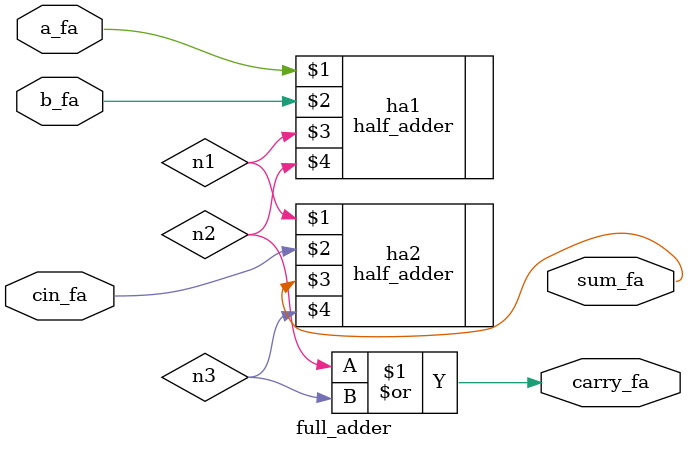
<source format=v>
module full_adder(a_fa,b_fa,cin_fa,sum_fa,carry_fa);
input a_fa,b_fa,cin_fa;
output sum_fa,carry_fa;

wire n1,n2,n3;

//how to instantiate half_adder design ?
//design_module_name instance_name(port_connection);
//port_connection -> connection by position

half_adder ha1(a_fa,b_fa,n1,n2);
half_adder ha2(n1,cin_fa,sum_fa,n3);

//module half_adder_example(a_ha,sum_ha,b_ha,carry_ha);//port declaration
//half_adder_example ha1(a_fa,n1,b_fa,n2);

//how to instantiate gates ?
//gate_module_name instance_name(output,input1,input2 sna dso on);
or g1(carry_fa,n2,n3);
endmodule

</source>
